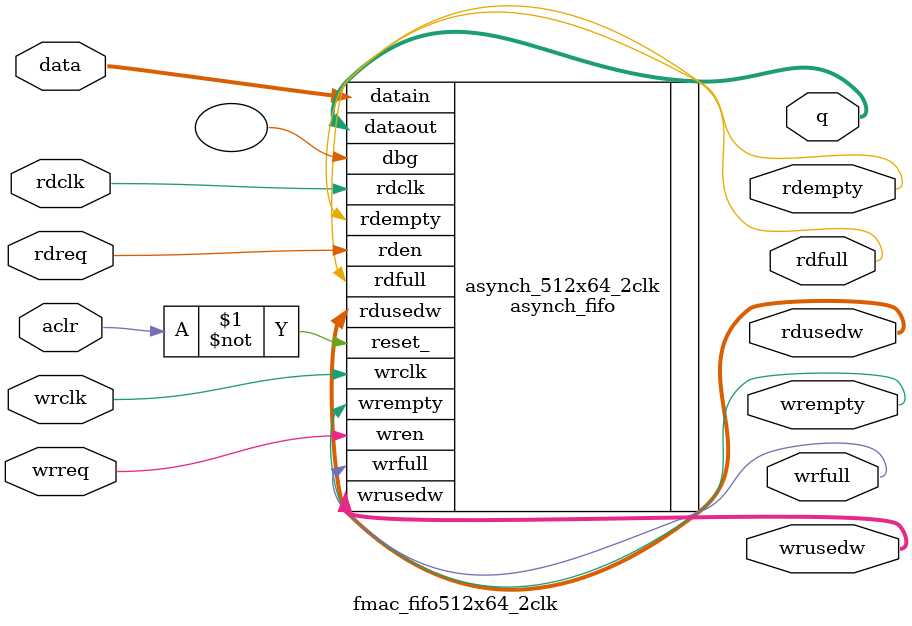
<source format=v>


`timescale 1ns/10ps

module fmac_fifo512x64_2clk 

(
			aclr,
			//=== Signals for WRITE

			wrclk,       							// Clk for writing data                              
			wrreq,       							//  request to write                                      
			data,     	 							// Data coming in                            
			wrfull,      							// indicates fifo is full or not (To avoid overiding)
			wrempty,     							// 0- some data is present (atleast 1 data is present)                                            
			wrusedw,     							// number of slots currently in use for writing                                                                                                         

			//=== Signals for READ
		    rdclk,      							// Clk for  reading data                            
			rdreq,      							// Request to read from FIFO                           
			q,    									// Data coming out                                     
			rdfull,     							  
			rdempty,    							// indicates fifo is empty or not (to avoid underflow)  
			rdusedw     							// number of slots currently in use for reading

);

parameter 	  WIDTH = 64,
			  DEPTH = 512,
			  PTR	= 9;



			input  wire 				aclr;
			//=== Signals for WRITE
			
			input  wire 				wrclk;      // Clk for writing data                              
			input  wire 				wrreq;      //  request to write                                      
			input  wire [WIDTH-1 : 0]	data;       // Data coming in                            
			output wire					wrfull;     // indicates fifo is full or not (To avoid overiding)
			output wire 			 	wrempty;    // 0- some data is present (atleast 1 data is present)                                            
			output wire	[PTR : 0]		wrusedw;    // number of slots currently in use for writing                                                                                                         
                                                  
			
			//=== Signals for READ
			
		    input  wire 				rdclk;      // Clk for  reading data                            
			input  wire 				rdreq;      // Request to read from FIFO                           
			output wire [WIDTH-1 : 0]	q;    		// Data coming out                                     
			output wire 				rdfull;   
			output wire 				rdempty;    // indicates fifo is empty or not (to avoid underflow)  
			output wire [PTR  : 0] 		rdusedw;    // number of slots currently in use for reading



	asynch_fifo	#(.WIDTH (64),						// Making 512X64 fifo
					  	.DEPTH (512),
					 	.PTR	 (9) )		  		// 2**9 = 512 (DEPTH)
 											
	asynch_512x64_2clk		  (
			.reset_		(~aclr),
			        	
			//=== Signals for WRITE
			.wrclk		(wrclk),			  		// Clk to write data
			.wren		(wrreq),	   		  		// write enable
			.datain		(data),				  		// write data
			.wrfull		(wrfull),			  		// indicates fifo is full or not (To avoid overiding)
			.wrempty	(wrempty),			  		// indicates fifo is empty or not (to avoid underflow)
			.wrusedw	(wrusedw),			  		// wrusedw -number of locations filled in fifo
                    	                      		
                    	                      		
			//=== Signals for READ            		
			.rdclk		(rdclk),			  		// i-1, Clk to read data
			.rden		(rdreq),			  		// i-1, read enable of data FIFO
			.dataout	(q),				  		// Dataout of data FIFO
			.rdfull		(rdfull),			  		// indicates fifo is full or not (To avoid overiding) (Not used)
			.rdempty	(rdempty),			  		// indicates fifo is empty or not (to avoid underflow)
			.rdusedw	(rdusedw),			  		// rdusedw -number of locations filled in fifo (not used )

			//=== Signals for TEST
			.dbg		()

		 );
endmodule
</source>
